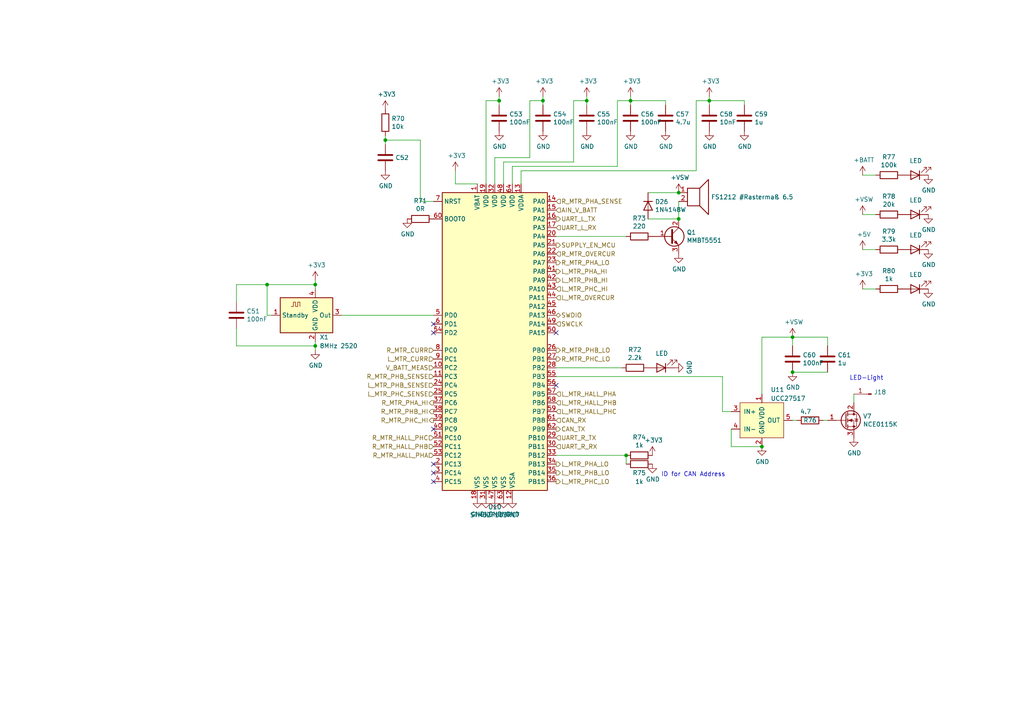
<source format=kicad_sch>
(kicad_sch (version 20211123) (generator eeschema)
  (paper "A4")
  (lib_symbols
    (symbol "Bobbycontroller:UCC27517" (pin_names (offset 1.016))
      (property "Reference" "U" (at 2.54 10.16 0))
      (property "Value" "UCC27517" (at 6.35 7.62 0))
      (symbol "UCC27517_0_0"
        (pin power_in line (at 0 7.62 270) (length 2.54) (name "VDD") (number "1"))
        (pin power_in line (at 0 -7.62 90) (length 2.54) (name "GND") (number "2"))
        (pin input line (at -8.89 2.54 0) (length 2.54) (name "IN+") (number "3"))
        (pin input line (at -8.89 -2.54 0) (length 2.54) (name "IN-") (number "4"))
        (pin output line (at 8.89 0 180) (length 2.54) (name "OUT") (number "5"))
      )
      (symbol "UCC27517_0_1"
        (rectangle (start -6.35 5.08) (end 6.35 -5.08) (fill (type background)))
      )
    )
    (symbol "Connector:Conn_01x01_Male" (pin_names (offset 1.016) hide)
      (property "Reference" "J" (at 0 2.54 0))
      (property "Value" "Conn_01x01_Male" (at 0 -2.54 0))
      (symbol "Conn_01x01_Male_1_1"
        (polyline (pts (xy 1.27 0) (xy 0.8636 0)) (stroke (width 0.1524)))
        (rectangle (start 0.8636 0.127) (end 0 -0.127) (stroke (width 0.1524)) (fill (type outline)))
        (pin passive line (at 5.08 0 180) (length 3.81) (name "Pin_1") (number "1"))
      )
    )
    (symbol "Device:C" (pin_numbers hide) (pin_names (offset 0.254))
      (property "Reference" "C" (at 0.635 2.54 0))
      (property "Value" "C" (at 0.635 -2.54 0))
      (symbol "C_0_1"
        (polyline (pts (xy -2.032 -0.762) (xy 2.032 -0.762)) (stroke (width 0.508)))
        (polyline (pts (xy -2.032 0.762) (xy 2.032 0.762)) (stroke (width 0.508)))
      )
      (symbol "C_1_1"
        (pin passive line (at 0 3.81 270) (length 2.794) (name "~") (number "1"))
        (pin passive line (at 0 -3.81 90) (length 2.794) (name "~") (number "2"))
      )
    )
    (symbol "Device:D" (pin_numbers hide) (pin_names (offset 1.016) hide)
      (property "Reference" "D" (at 0 2.54 0))
      (property "Value" "D" (at 0 -2.54 0))
      (symbol "D_0_1"
        (polyline (pts (xy -1.27 1.27) (xy -1.27 -1.27)) (stroke (width 0.254)))
        (polyline (pts (xy 1.27 0) (xy -1.27 0)))
        (polyline (pts (xy 1.27 1.27) (xy 1.27 -1.27) (xy -1.27 0) (xy 1.27 1.27)) (stroke (width 0.254)))
      )
      (symbol "D_1_1"
        (pin passive line (at -3.81 0 0) (length 2.54) (name "K") (number "1"))
        (pin passive line (at 3.81 0 180) (length 2.54) (name "A") (number "2"))
      )
    )
    (symbol "Device:LED" (pin_numbers hide) (pin_names (offset 1.016) hide)
      (property "Reference" "D" (at 0 2.54 0))
      (property "Value" "LED" (at 0 -2.54 0))
      (symbol "LED_0_1"
        (polyline (pts (xy -1.27 -1.27) (xy -1.27 1.27)) (stroke (width 0.254)))
        (polyline (pts (xy -1.27 0) (xy 1.27 0)))
        (polyline (pts (xy 1.27 -1.27) (xy 1.27 1.27) (xy -1.27 0) (xy 1.27 -1.27)) (stroke (width 0.254)))
        (polyline (pts (xy -3.048 -0.762) (xy -4.572 -2.286) (xy -3.81 -2.286) (xy -4.572 -2.286) (xy -4.572 -1.524)))
        (polyline (pts (xy -1.778 -0.762) (xy -3.302 -2.286) (xy -2.54 -2.286) (xy -3.302 -2.286) (xy -3.302 -1.524)))
      )
      (symbol "LED_1_1"
        (pin passive line (at -3.81 0 0) (length 2.54) (name "K") (number "1"))
        (pin passive line (at 3.81 0 180) (length 2.54) (name "A") (number "2"))
      )
    )
    (symbol "Device:Q_NPN_BCE" (pin_names (offset 0) hide)
      (property "Reference" "Q" (at 5.08 1.27 0))
      (property "Value" "Q_NPN_BCE" (at 5.08 -1.27 0))
      (symbol "Q_NPN_BCE_0_1"
        (polyline (pts (xy 0.635 0.635) (xy 2.54 2.54)))
        (polyline (pts (xy 0.635 -0.635) (xy 2.54 -2.54) (xy 2.54 -2.54)))
        (polyline (pts (xy 0.635 1.905) (xy 0.635 -1.905) (xy 0.635 -1.905)) (stroke (width 0.508)))
        (polyline (pts (xy 1.27 -1.778) (xy 1.778 -1.27) (xy 2.286 -2.286) (xy 1.27 -1.778) (xy 1.27 -1.778)) (fill (type outline)))
        (circle (center 1.27 0) (radius 2.8194) (stroke (width 0.254)))
      )
      (symbol "Q_NPN_BCE_1_1"
        (pin input line (at -5.08 0 0) (length 5.715) (name "B") (number "1"))
        (pin passive line (at 2.54 5.08 270) (length 2.54) (name "C") (number "2"))
        (pin passive line (at 2.54 -5.08 90) (length 2.54) (name "E") (number "3"))
      )
    )
    (symbol "Device:R" (pin_numbers hide) (pin_names (offset 0))
      (property "Reference" "R" (at 2.032 0 90))
      (property "Value" "R" (at 0 0 90))
      (symbol "R_0_1"
        (rectangle (start -1.016 -2.54) (end 1.016 2.54) (stroke (width 0.254)))
      )
      (symbol "R_1_1"
        (pin passive line (at 0 3.81 270) (length 1.27) (name "~") (number "1"))
        (pin passive line (at 0 -3.81 90) (length 1.27) (name "~") (number "2"))
      )
    )
    (symbol "Device:Speaker" (pin_names (offset 0) hide)
      (property "Reference" "LS" (at 1.27 5.715 0))
      (property "Value" "Speaker" (at 1.27 3.81 0))
      (symbol "Speaker_0_0"
        (rectangle (start -2.54 1.27) (end 1.016 -3.81) (stroke (width 0.254)))
        (polyline (pts (xy 1.016 1.27) (xy 3.556 3.81) (xy 3.556 -6.35) (xy 1.016 -3.81)) (stroke (width 0.254)))
      )
      (symbol "Speaker_1_1"
        (pin input line (at -5.08 0 0) (length 2.54) (name "1") (number "1"))
        (pin input line (at -5.08 -2.54 0) (length 2.54) (name "2") (number "2"))
      )
    )
    (symbol "MCU_ST_STM32F1:STM32F103RCTx"
      (property "Reference" "U" (at -15.24 44.45 0))
      (property "Value" "STM32F103RCTx" (at 10.16 44.45 0))
      (symbol "STM32F103RCTx_0_1"
        (rectangle (start -15.24 -43.18) (end 15.24 43.18) (stroke (width 0.254)) (fill (type background)))
      )
      (symbol "STM32F103RCTx_1_1"
        (pin power_in line (at -5.08 45.72 270) (length 2.54) (name "VBAT") (number "1"))
        (pin bidirectional line (at -17.78 -7.62 0) (length 2.54) (name "PC2") (number "10"))
        (pin bidirectional line (at -17.78 -10.16 0) (length 2.54) (name "PC3") (number "11"))
        (pin power_in line (at 5.08 -45.72 90) (length 2.54) (name "VSSA") (number "12"))
        (pin power_in line (at 7.62 45.72 270) (length 2.54) (name "VDDA") (number "13"))
        (pin bidirectional line (at 17.78 40.64 180) (length 2.54) (name "PA0") (number "14"))
        (pin bidirectional line (at 17.78 38.1 180) (length 2.54) (name "PA1") (number "15"))
        (pin bidirectional line (at 17.78 35.56 180) (length 2.54) (name "PA2") (number "16"))
        (pin bidirectional line (at 17.78 33.02 180) (length 2.54) (name "PA3") (number "17"))
        (pin power_in line (at -5.08 -45.72 90) (length 2.54) (name "VSS") (number "18"))
        (pin power_in line (at -2.54 45.72 270) (length 2.54) (name "VDD") (number "19"))
        (pin bidirectional line (at -17.78 -35.56 0) (length 2.54) (name "PC13") (number "2"))
        (pin bidirectional line (at 17.78 30.48 180) (length 2.54) (name "PA4") (number "20"))
        (pin bidirectional line (at 17.78 27.94 180) (length 2.54) (name "PA5") (number "21"))
        (pin bidirectional line (at 17.78 25.4 180) (length 2.54) (name "PA6") (number "22"))
        (pin bidirectional line (at 17.78 22.86 180) (length 2.54) (name "PA7") (number "23"))
        (pin bidirectional line (at -17.78 -12.7 0) (length 2.54) (name "PC4") (number "24"))
        (pin bidirectional line (at -17.78 -15.24 0) (length 2.54) (name "PC5") (number "25"))
        (pin bidirectional line (at 17.78 -2.54 180) (length 2.54) (name "PB0") (number "26"))
        (pin bidirectional line (at 17.78 -5.08 180) (length 2.54) (name "PB1") (number "27"))
        (pin bidirectional line (at 17.78 -7.62 180) (length 2.54) (name "PB2") (number "28"))
        (pin bidirectional line (at 17.78 -27.94 180) (length 2.54) (name "PB10") (number "29"))
        (pin bidirectional line (at -17.78 -38.1 0) (length 2.54) (name "PC14") (number "3"))
        (pin bidirectional line (at 17.78 -30.48 180) (length 2.54) (name "PB11") (number "30"))
        (pin power_in line (at -2.54 -45.72 90) (length 2.54) (name "VSS") (number "31"))
        (pin power_in line (at 0 45.72 270) (length 2.54) (name "VDD") (number "32"))
        (pin bidirectional line (at 17.78 -33.02 180) (length 2.54) (name "PB12") (number "33"))
        (pin bidirectional line (at 17.78 -35.56 180) (length 2.54) (name "PB13") (number "34"))
        (pin bidirectional line (at 17.78 -38.1 180) (length 2.54) (name "PB14") (number "35"))
        (pin bidirectional line (at 17.78 -40.64 180) (length 2.54) (name "PB15") (number "36"))
        (pin bidirectional line (at -17.78 -17.78 0) (length 2.54) (name "PC6") (number "37"))
        (pin bidirectional line (at -17.78 -20.32 0) (length 2.54) (name "PC7") (number "38"))
        (pin bidirectional line (at -17.78 -22.86 0) (length 2.54) (name "PC8") (number "39"))
        (pin bidirectional line (at -17.78 -40.64 0) (length 2.54) (name "PC15") (number "4"))
        (pin bidirectional line (at -17.78 -25.4 0) (length 2.54) (name "PC9") (number "40"))
        (pin bidirectional line (at 17.78 20.32 180) (length 2.54) (name "PA8") (number "41"))
        (pin bidirectional line (at 17.78 17.78 180) (length 2.54) (name "PA9") (number "42"))
        (pin bidirectional line (at 17.78 15.24 180) (length 2.54) (name "PA10") (number "43"))
        (pin bidirectional line (at 17.78 12.7 180) (length 2.54) (name "PA11") (number "44"))
        (pin bidirectional line (at 17.78 10.16 180) (length 2.54) (name "PA12") (number "45"))
        (pin bidirectional line (at 17.78 7.62 180) (length 2.54) (name "PA13") (number "46"))
        (pin power_in line (at 0 -45.72 90) (length 2.54) (name "VSS") (number "47"))
        (pin power_in line (at 2.54 45.72 270) (length 2.54) (name "VDD") (number "48"))
        (pin bidirectional line (at 17.78 5.08 180) (length 2.54) (name "PA14") (number "49"))
        (pin input line (at -17.78 7.62 0) (length 2.54) (name "PD0") (number "5"))
        (pin bidirectional line (at 17.78 2.54 180) (length 2.54) (name "PA15") (number "50"))
        (pin bidirectional line (at -17.78 -27.94 0) (length 2.54) (name "PC10") (number "51"))
        (pin bidirectional line (at -17.78 -30.48 0) (length 2.54) (name "PC11") (number "52"))
        (pin bidirectional line (at -17.78 -33.02 0) (length 2.54) (name "PC12") (number "53"))
        (pin bidirectional line (at -17.78 2.54 0) (length 2.54) (name "PD2") (number "54"))
        (pin bidirectional line (at 17.78 -10.16 180) (length 2.54) (name "PB3") (number "55"))
        (pin bidirectional line (at 17.78 -12.7 180) (length 2.54) (name "PB4") (number "56"))
        (pin bidirectional line (at 17.78 -15.24 180) (length 2.54) (name "PB5") (number "57"))
        (pin bidirectional line (at 17.78 -17.78 180) (length 2.54) (name "PB6") (number "58"))
        (pin bidirectional line (at 17.78 -20.32 180) (length 2.54) (name "PB7") (number "59"))
        (pin input line (at -17.78 5.08 0) (length 2.54) (name "PD1") (number "6"))
        (pin input line (at -17.78 35.56 0) (length 2.54) (name "BOOT0") (number "60"))
        (pin bidirectional line (at 17.78 -22.86 180) (length 2.54) (name "PB8") (number "61"))
        (pin bidirectional line (at 17.78 -25.4 180) (length 2.54) (name "PB9") (number "62"))
        (pin power_in line (at 2.54 -45.72 90) (length 2.54) (name "VSS") (number "63"))
        (pin power_in line (at 5.08 45.72 270) (length 2.54) (name "VDD") (number "64"))
        (pin input line (at -17.78 40.64 0) (length 2.54) (name "NRST") (number "7"))
        (pin bidirectional line (at -17.78 -2.54 0) (length 2.54) (name "PC0") (number "8"))
        (pin bidirectional line (at -17.78 -5.08 0) (length 2.54) (name "PC1") (number "9"))
      )
    )
    (symbol "Oscillator:ASDMB-xxxMHz"
      (property "Reference" "U" (at -6.35 6.35 0))
      (property "Value" "ASDMB-xxxMHz" (at 11.43 6.35 0))
      (symbol "ASDMB-xxxMHz_1_1"
        (rectangle (start -7.62 5.08) (end 7.62 -5.08) (stroke (width 0.254)) (fill (type background)))
        (polyline (pts (xy -4.445 2.54) (xy -3.81 2.54) (xy -3.81 3.81) (xy -3.175 3.81) (xy -3.175 2.54) (xy -2.54 2.54) (xy -2.54 3.81) (xy -1.905 3.81) (xy -1.905 2.54)))
        (pin input line (at -10.16 0 0) (length 2.54) (name "Standby") (number "1"))
        (pin power_in line (at 2.54 -7.62 90) (length 2.54) (name "GND") (number "2"))
        (pin output line (at 10.16 0 180) (length 2.54) (name "Out") (number "3"))
        (pin power_in line (at 2.54 7.62 270) (length 2.54) (name "VDD") (number "4"))
      )
    )
    (symbol "Transistor_FET:BSP89" (pin_names hide)
      (property "Reference" "Q" (at 5.08 1.905 0))
      (property "Value" "BSP89" (at 5.08 0 0))
      (symbol "BSP89_0_1"
        (polyline (pts (xy 0.254 0) (xy -2.54 0)))
        (polyline (pts (xy 0.254 1.905) (xy 0.254 -1.905)) (stroke (width 0.254)))
        (polyline (pts (xy 0.762 -1.27) (xy 0.762 -2.286)) (stroke (width 0.254)))
        (polyline (pts (xy 0.762 0.508) (xy 0.762 -0.508)) (stroke (width 0.254)))
        (polyline (pts (xy 0.762 2.286) (xy 0.762 1.27)) (stroke (width 0.254)))
        (polyline (pts (xy 2.54 2.54) (xy 2.54 1.778)))
        (polyline (pts (xy 2.54 -2.54) (xy 2.54 0) (xy 0.762 0)))
        (polyline (pts (xy 0.762 -1.778) (xy 3.302 -1.778) (xy 3.302 1.778) (xy 0.762 1.778)))
        (polyline (pts (xy 1.016 0) (xy 2.032 0.381) (xy 2.032 -0.381) (xy 1.016 0)) (fill (type outline)))
        (polyline (pts (xy 2.794 0.508) (xy 2.921 0.381) (xy 3.683 0.381) (xy 3.81 0.254)))
        (polyline (pts (xy 3.302 0.381) (xy 2.921 -0.254) (xy 3.683 -0.254) (xy 3.302 0.381)))
        (circle (center 1.651 0) (radius 2.794) (stroke (width 0.254)))
        (circle (center 2.54 -1.778) (radius 0.254) (fill (type outline)))
        (circle (center 2.54 1.778) (radius 0.254) (fill (type outline)))
      )
      (symbol "BSP89_1_1"
        (pin input line (at -5.08 0 0) (length 2.54) (name "G") (number "1"))
        (pin passive line (at 2.54 5.08 270) (length 2.54) (name "D") (number "2"))
        (pin passive line (at 2.54 -5.08 90) (length 2.54) (name "S") (number "3"))
      )
    )
    (symbol "power:+3.3V" (power) (pin_names (offset 0))
      (property "Value" "+3.3V" (at 0 3.556 0))
      (symbol "+3.3V_0_1"
        (polyline (pts (xy -0.762 1.27) (xy 0 2.54)))
        (polyline (pts (xy 0 0) (xy 0 2.54)))
        (polyline (pts (xy 0 2.54) (xy 0.762 1.27)))
      )
      (symbol "+3.3V_1_1"
        (pin power_in line (at 0 0 90) (length 0) hide (name "+3V3") (number "1"))
      )
    )
    (symbol "power:+5V" (power) (pin_names (offset 0))
      (property "Value" "+5V" (at 0 3.556 0))
      (symbol "+5V_0_1"
        (polyline (pts (xy -0.762 1.27) (xy 0 2.54)))
        (polyline (pts (xy 0 0) (xy 0 2.54)))
        (polyline (pts (xy 0 2.54) (xy 0.762 1.27)))
      )
      (symbol "+5V_1_1"
        (pin power_in line (at 0 0 90) (length 0) hide (name "+5V") (number "1"))
      )
    )
    (symbol "power:+BATT" (power) (pin_names (offset 0))
      (property "Value" "+BATT" (at 0 3.556 0))
      (symbol "+BATT_0_1"
        (polyline (pts (xy -0.762 1.27) (xy 0 2.54)))
        (polyline (pts (xy 0 0) (xy 0 2.54)))
        (polyline (pts (xy 0 2.54) (xy 0.762 1.27)))
      )
      (symbol "+BATT_1_1"
        (pin power_in line (at 0 0 90) (length 0) hide (name "+BATT") (number "1"))
      )
    )
    (symbol "power:+VSW" (power) (pin_names (offset 0))
      (property "Value" "+VSW" (at 0 3.556 0))
      (symbol "+VSW_0_1"
        (polyline (pts (xy -0.762 1.27) (xy 0 2.54)))
        (polyline (pts (xy 0 0) (xy 0 2.54)))
        (polyline (pts (xy 0 2.54) (xy 0.762 1.27)))
      )
      (symbol "+VSW_1_1"
        (pin power_in line (at 0 0 90) (length 0) hide (name "+VSW") (number "1"))
      )
    )
    (symbol "power:GND" (power) (pin_names (offset 0))
      (property "Value" "GND" (at 0 -3.81 0))
      (symbol "GND_0_1"
        (polyline (pts (xy 0 0) (xy 0 -1.27) (xy 1.27 -1.27) (xy 0 -2.54) (xy -1.27 -1.27) (xy 0 -1.27)))
      )
      (symbol "GND_1_1"
        (pin power_in line (at 0 0 270) (length 0) hide (name "GND") (number "1"))
      )
    )
  )
  (junction (at 91.44 82.55))
  (junction (at 77.47 82.55))
  (junction (at 229.87 107.95))
  (junction (at 182.88 29.21))
  (junction (at 229.87 97.79))
  (junction (at 196.85 55.88))
  (junction (at 196.85 63.5))
  (junction (at 144.78 29.21))
  (junction (at 220.98 129.54))
  (junction (at 170.18 29.21))
  (junction (at 205.74 29.21))
  (junction (at 91.44 100.33))
  (junction (at 111.76 40.64))
  (junction (at 181.61 132.08))
  (junction (at 157.48 29.21))
  (no_connect (at 161.29 96.52))
  (no_connect (at 125.73 96.52))
  (no_connect (at 125.73 93.98))
  (no_connect (at 125.73 134.62))
  (no_connect (at 161.29 111.76))
  (no_connect (at 125.73 124.46))
  (no_connect (at 125.73 139.7))
  (no_connect (at 125.73 137.16))
  (wire (pts (xy 144.78 29.21) (xy 144.78 30.48)))
  (wire (pts (xy 187.96 63.5) (xy 196.85 63.5)))
  (wire (pts (xy 68.58 95.25) (xy 68.58 100.33)))
  (wire (pts (xy 205.74 29.21) (xy 205.74 27.94)))
  (wire (pts (xy 144.78 27.94) (xy 144.78 29.21)))
  (wire (pts (xy 77.47 91.44) (xy 77.47 82.55)))
  (wire (pts (xy 121.92 40.64) (xy 121.92 58.42)))
  (wire (pts (xy 151.13 49.53) (xy 151.13 53.34)))
  (wire (pts (xy 240.03 121.92) (xy 238.76 121.92)))
  (wire (pts (xy 231.14 121.92) (xy 229.87 121.92)))
  (wire (pts (xy 240.03 97.79) (xy 240.03 100.33)))
  (wire (pts (xy 247.65 116.84) (xy 247.65 114.3)))
  (wire (pts (xy 220.98 97.79) (xy 220.98 114.3)))
  (wire (pts (xy 99.06 91.44) (xy 125.73 91.44)))
  (wire (pts (xy 250.19 62.23) (xy 254 62.23)))
  (wire (pts (xy 250.19 83.82) (xy 254 83.82)))
  (wire (pts (xy 77.47 82.55) (xy 68.58 82.55)))
  (wire (pts (xy 151.13 49.53) (xy 201.93 49.53)))
  (wire (pts (xy 132.08 49.53) (xy 132.08 53.34)))
  (wire (pts (xy 240.03 107.95) (xy 229.87 107.95)))
  (wire (pts (xy 193.04 29.21) (xy 193.04 30.48)))
  (wire (pts (xy 170.18 29.21) (xy 170.18 27.94)))
  (wire (pts (xy 146.05 46.99) (xy 146.05 53.34)))
  (wire (pts (xy 182.88 29.21) (xy 193.04 29.21)))
  (wire (pts (xy 153.67 29.21) (xy 157.48 29.21)))
  (wire (pts (xy 91.44 82.55) (xy 91.44 83.82)))
  (wire (pts (xy 77.47 82.55) (xy 91.44 82.55)))
  (wire (pts (xy 220.98 129.54) (xy 212.09 129.54)))
  (wire (pts (xy 215.9 29.21) (xy 205.74 29.21)))
  (wire (pts (xy 209.55 119.38) (xy 212.09 119.38)))
  (wire (pts (xy 250.19 72.39) (xy 254 72.39)))
  (wire (pts (xy 170.18 29.21) (xy 166.37 29.21)))
  (wire (pts (xy 170.18 30.48) (xy 170.18 29.21)))
  (wire (pts (xy 143.51 45.72) (xy 143.51 53.34)))
  (wire (pts (xy 205.74 30.48) (xy 205.74 29.21)))
  (wire (pts (xy 148.59 48.26) (xy 148.59 53.34)))
  (wire (pts (xy 111.76 40.64) (xy 111.76 41.91)))
  (wire (pts (xy 179.07 29.21) (xy 179.07 48.26)))
  (wire (pts (xy 209.55 109.22) (xy 209.55 119.38)))
  (wire (pts (xy 181.61 68.58) (xy 161.29 68.58)))
  (wire (pts (xy 157.48 30.48) (xy 157.48 29.21)))
  (wire (pts (xy 205.74 29.21) (xy 201.93 29.21)))
  (wire (pts (xy 140.97 29.21) (xy 140.97 53.34)))
  (wire (pts (xy 111.76 40.64) (xy 121.92 40.64)))
  (wire (pts (xy 250.19 50.8) (xy 254 50.8)))
  (wire (pts (xy 229.87 97.79) (xy 240.03 97.79)))
  (wire (pts (xy 68.58 100.33) (xy 91.44 100.33)))
  (wire (pts (xy 229.87 97.79) (xy 229.87 100.33)))
  (wire (pts (xy 180.34 106.68) (xy 161.29 106.68)))
  (wire (pts (xy 196.85 58.42) (xy 196.85 63.5)))
  (wire (pts (xy 215.9 30.48) (xy 215.9 29.21)))
  (wire (pts (xy 182.88 29.21) (xy 179.07 29.21)))
  (wire (pts (xy 78.74 91.44) (xy 77.47 91.44)))
  (wire (pts (xy 166.37 46.99) (xy 146.05 46.99)))
  (wire (pts (xy 182.88 29.21) (xy 182.88 27.94)))
  (wire (pts (xy 161.29 109.22) (xy 209.55 109.22)))
  (wire (pts (xy 229.87 97.79) (xy 220.98 97.79)))
  (wire (pts (xy 187.96 55.88) (xy 196.85 55.88)))
  (wire (pts (xy 157.48 29.21) (xy 157.48 27.94)))
  (wire (pts (xy 182.88 30.48) (xy 182.88 29.21)))
  (wire (pts (xy 179.07 48.26) (xy 148.59 48.26)))
  (wire (pts (xy 144.78 29.21) (xy 140.97 29.21)))
  (wire (pts (xy 132.08 53.34) (xy 138.43 53.34)))
  (wire (pts (xy 153.67 29.21) (xy 153.67 45.72)))
  (wire (pts (xy 166.37 29.21) (xy 166.37 46.99)))
  (wire (pts (xy 161.29 132.08) (xy 181.61 132.08)))
  (wire (pts (xy 201.93 29.21) (xy 201.93 49.53)))
  (wire (pts (xy 153.67 45.72) (xy 143.51 45.72)))
  (wire (pts (xy 121.92 58.42) (xy 125.73 58.42)))
  (wire (pts (xy 212.09 129.54) (xy 212.09 124.46)))
  (wire (pts (xy 111.76 39.37) (xy 111.76 40.64)))
  (wire (pts (xy 181.61 132.08) (xy 181.61 134.62)))
  (wire (pts (xy 91.44 99.06) (xy 91.44 100.33)))
  (wire (pts (xy 68.58 82.55) (xy 68.58 87.63)))
  (wire (pts (xy 91.44 100.33) (xy 91.44 101.6)))
  (wire (pts (xy 91.44 81.28) (xy 91.44 82.55)))
  (text "ID for CAN Address" (at 191.77 138.43 0) (effects (font (size 1.27 1.27)) (justify left bottom)))
  (text "LED-Light" (at 246.38 110.49 0) (effects (font (size 1.27 1.27)) (justify left bottom)))
  (hierarchical_label "CAN_TX" (shape output) (at 161.29 124.46 0))
  (hierarchical_label "L_MTR_OVERCUR" (shape input) (at 161.29 86.36 0))
  (hierarchical_label "UART_L_RX" (shape input) (at 161.29 66.04 0))
  (hierarchical_label "L_MTR_HALL_PHB" (shape input) (at 161.29 116.84 0))
  (hierarchical_label "L_MTR_PHC_LO" (shape output) (at 161.29 139.7 0))
  (hierarchical_label "R_MTR_CURR" (shape input) (at 125.73 101.6 180))
  (hierarchical_label "L_MTR_PHA_LO" (shape output) (at 161.29 134.62 0))
  (hierarchical_label "R_MTR_PHB_LO" (shape output) (at 161.29 101.6 0))
  (hierarchical_label "L_MTR_CURR" (shape input) (at 125.73 104.14 180))
  (hierarchical_label "R_MTR_PHC_LO" (shape output) (at 161.29 104.14 0))
  (hierarchical_label "AIN_V_BATT" (shape input) (at 161.29 60.96 0))
  (hierarchical_label "R_MTR_PHC_HI" (shape output) (at 125.73 121.92 180))
  (hierarchical_label "R_MTR_HALL_PHB" (shape input) (at 125.73 129.54 180))
  (hierarchical_label "L_MTR_HALL_PHC" (shape input) (at 161.29 119.38 0))
  (hierarchical_label "R_MTR_PHA_LO" (shape output) (at 161.29 76.2 0))
  (hierarchical_label "L_MTR_PHA_HI" (shape output) (at 161.29 78.74 0))
  (hierarchical_label "UART_L_TX" (shape output) (at 161.29 63.5 0))
  (hierarchical_label "L_MTR_PHC_SENSE" (shape input) (at 125.73 114.3 180))
  (hierarchical_label "CAN_RX" (shape input) (at 161.29 121.92 0))
  (hierarchical_label "L_MTR_PHC_HI" (shape input) (at 161.29 83.82 0))
  (hierarchical_label "R_MTR_PHB_HI" (shape output) (at 125.73 119.38 180))
  (hierarchical_label "SUPPLY_EN_MCU" (shape output) (at 161.29 71.12 0))
  (hierarchical_label "L_MTR_PHB_LO" (shape output) (at 161.29 137.16 0))
  (hierarchical_label "SWDIO" (shape bidirectional) (at 161.29 91.44 0))
  (hierarchical_label "V_BATT_MEAS" (shape input) (at 125.73 106.68 180))
  (hierarchical_label "UART_R_RX" (shape input) (at 161.29 129.54 0))
  (hierarchical_label "L_MTR_PHB_SENSE" (shape input) (at 125.73 111.76 180))
  (hierarchical_label "SWCLK" (shape input) (at 161.29 93.98 0))
  (hierarchical_label "R_MTR_HALL_PHC" (shape input) (at 125.73 127 180))
  (hierarchical_label "R_MTR_PHA_HI" (shape output) (at 125.73 116.84 180))
  (hierarchical_label "R_MTR_PHB_SENSE" (shape input) (at 125.73 109.22 180))
  (hierarchical_label "L_MTR_PHB_HI" (shape output) (at 161.29 81.28 0))
  (hierarchical_label "R_MTR_HALL_PHA" (shape input) (at 125.73 132.08 180))
  (hierarchical_label "R_MTR_PHA_SENSE" (shape input) (at 161.29 58.42 0))
  (hierarchical_label "UART_R_TX" (shape input) (at 161.29 127 0))
  (hierarchical_label "L_MTR_HALL_PHA" (shape input) (at 161.29 114.3 0))
  (hierarchical_label "R_MTR_OVERCUR" (shape input) (at 161.29 73.66 0))
  (symbol (lib_id "power:+3.3V") (at 132.08 49.53 0) (unit 1)
    (property "Reference" "#PWR087" (effects hide))
    (property "Value" "+3.3V" (at 132.461 45.1358 0))
  )
  (symbol (lib_id "power:+3.3V") (at 205.74 27.94 0) (unit 1)
    (property "Reference" "#PWR0107" (effects hide))
    (property "Value" "+3.3V" (at 206.121 23.5458 0))
  )
  (symbol (lib_id "power:+3.3V") (at 182.88 27.94 0) (unit 1)
    (property "Reference" "#PWR099" (effects hide))
    (property "Value" "+3.3V" (at 183.261 23.5458 0))
  )
  (symbol (lib_id "power:+3.3V") (at 170.18 27.94 0) (unit 1)
    (property "Reference" "#PWR097" (effects hide))
    (property "Value" "+3.3V" (at 170.561 23.5458 0))
  )
  (symbol (lib_id "power:+3.3V") (at 157.48 27.94 0) (unit 1)
    (property "Reference" "#PWR095" (effects hide))
    (property "Value" "+3.3V" (at 157.861 23.5458 0))
  )
  (symbol (lib_id "power:+3.3V") (at 144.78 27.94 0) (unit 1)
    (property "Reference" "#PWR091" (effects hide))
    (property "Value" "+3.3V" (at 145.161 23.5458 0))
  )
  (symbol (lib_id "power:GND") (at 205.74 38.1 0) (unit 1)
    (property "Reference" "#PWR0108" (effects hide))
    (property "Value" "GND" (at 205.867 42.4942 0))
  )
  (symbol (lib_id "power:GND") (at 182.88 38.1 0) (unit 1)
    (property "Reference" "#PWR0100" (effects hide))
    (property "Value" "GND" (at 183.007 42.4942 0))
  )
  (symbol (lib_id "power:GND") (at 170.18 38.1 0) (unit 1)
    (property "Reference" "#PWR098" (effects hide))
    (property "Value" "GND" (at 170.307 42.4942 0))
  )
  (symbol (lib_id "power:GND") (at 157.48 38.1 0) (unit 1)
    (property "Reference" "#PWR096" (effects hide))
    (property "Value" "GND" (at 157.607 42.4942 0))
  )
  (symbol (lib_id "power:GND") (at 144.78 38.1 0) (unit 1)
    (property "Reference" "#PWR092" (effects hide))
    (property "Value" "GND" (at 144.907 42.4942 0))
  )
  (symbol (lib_id "power:GND") (at 138.43 144.78 0) (unit 1)
    (property "Reference" "#PWR088" (effects hide))
    (property "Value" "GND" (at 138.557 149.1742 0))
  )
  (symbol (lib_id "power:GND") (at 140.97 144.78 0) (unit 1)
    (property "Reference" "#PWR089" (effects hide))
    (property "Value" "GND" (at 141.097 149.1742 0))
  )
  (symbol (lib_id "power:GND") (at 143.51 144.78 0) (unit 1)
    (property "Reference" "#PWR090" (effects hide))
    (property "Value" "GND" (at 143.637 149.1742 0))
  )
  (symbol (lib_id "power:GND") (at 146.05 144.78 0) (unit 1)
    (property "Reference" "#PWR093" (effects hide))
    (property "Value" "GND" (at 146.177 149.1742 0))
  )
  (symbol (lib_id "power:GND") (at 148.59 144.78 0) (unit 1)
    (property "Reference" "#PWR094" (effects hide))
    (property "Value" "GND" (at 148.717 149.1742 0))
  )
  (symbol (lib_id "Device:R") (at 111.76 35.56 0) (unit 1)
    (property "Reference" "R70" (at 113.538 34.3916 0) (effects (justify left)))
    (property "Value" "10k" (at 113.538 36.703 0) (effects (justify left)))
    (property "Footprint" "Resistor_SMD:R_0603_1608Metric" (effects hide))
    (property "LCSC Part #" "C25804" (effects hide))
  )
  (symbol (lib_id "power:+3.3V") (at 111.76 31.75 0) (unit 1)
    (property "Reference" "#PWR084" (effects hide))
    (property "Value" "+3.3V" (at 112.141 27.3558 0))
  )
  (symbol (lib_id "Device:C") (at 111.76 45.72 0) (unit 1)
    (property "Reference" "C52" (at 114.681 45.72 0) (effects (justify left)))
    (property "Value" "100nF" (effects hide))
    (property "Footprint" "Capacitor_SMD:C_0603_1608Metric" (effects hide))
    (property "LCSC Part #" "C14663" (effects hide))
  )
  (symbol (lib_id "power:GND") (at 111.76 49.53 0) (unit 1)
    (property "Reference" "#PWR085" (effects hide))
    (property "Value" "GND" (at 111.887 53.9242 0))
  )
  (symbol (lib_id "MCU_ST_STM32F1:STM32F103RCTx") (at 143.51 99.06 0) (unit 1)
    (property "Reference" "U10" (at 143.51 147.0406 0))
    (property "Value" "STM32F103RCT" (at 143.51 149.352 0))
    (property "Footprint" "Package_QFP:LQFP-64_10x10mm_P0.5mm" (effects hide))
    (property "Datasheet" "http://www.st.com/st-web-ui/static/active/en/resource/technical/document/datasheet/CD00191185.pdf" (effects hide))
    (property "place" "hand" (effects hide))
  )
  (symbol (lib_id "Device:R") (at 185.42 68.58 270) (unit 1)
    (property "Reference" "R73" (at 185.42 63.3222 90))
    (property "Value" "220" (at 185.42 65.6336 90))
    (property "Footprint" "Resistor_SMD:R_0603_1608Metric" (effects hide))
    (property "LCSC Part #" "C22962" (effects hide))
  )
  (symbol (lib_id "Device:Q_NPN_BCE") (at 194.31 68.58 0) (unit 1)
    (property "Reference" "Q1" (at 199.1614 67.4116 0) (effects (justify left)))
    (property "Value" "MMBT5551" (at 199.1614 69.723 0) (effects (justify left)))
    (property "Footprint" "Package_TO_SOT_SMD:SOT-23" (effects hide))
    (property "LCSC Part #" "C2145" (effects hide))
  )
  (symbol (lib_id "Device:Speaker") (at 201.93 55.88 0) (unit 1)
    (property "Reference" "LS1" (effects hide))
    (property "Value" "FS1212 #Rastermaß 6.5" (at 206.248 57.15 0) (effects (justify left)))
    (property "Footprint" "Buzzer_Beeper:Buzzer_12x9.5RM7.6" (effects hide))
    (property "place" "hand" (effects hide))
  )
  (symbol (lib_id "power:+VSW") (at 196.85 55.88 0) (unit 1)
    (property "Reference" "#PWR0105" (effects hide))
    (property "Value" "+VSW" (at 197.231 51.4858 0))
  )
  (symbol (lib_id "Device:D") (at 187.96 59.69 270) (unit 1)
    (property "Reference" "D26" (at 189.9666 58.5216 90) (effects (justify left)))
    (property "Value" "1N4148W" (at 189.9666 60.833 90) (effects (justify left)))
    (property "Footprint" "Diode_SMD:D_SOD-123" (effects hide))
    (property "LCSC Part #" "C81598" (effects hide))
  )
  (symbol (lib_id "power:GND") (at 196.85 73.66 0) (unit 1)
    (property "Reference" "#PWR0106" (effects hide))
    (property "Value" "GND" (at 196.977 78.0542 0))
  )
  (symbol (lib_id "Device:R") (at 184.15 106.68 90) (unit 1)
    (property "Reference" "R72" (at 184.15 101.4222 90))
    (property "Value" "2.2k" (at 184.15 103.7336 90))
    (property "Footprint" "Resistor_SMD:R_0603_1608Metric" (effects hide))
    (property "LCSC Part #" "C4190" (effects hide))
  )
  (symbol (lib_id "Device:LED") (at 191.77 106.68 180) (unit 1)
    (property "Reference" "D27" (effects hide))
    (property "Value" "LED" (at 191.9478 102.5144 0))
    (property "Footprint" "LED_SMD:LED_0603_1608Metric" (effects hide))
    (property "LCSC Part #" "C2290" (effects hide))
  )
  (symbol (lib_id "power:GND") (at 195.58 106.68 90) (unit 1)
    (property "Reference" "#PWR0104" (effects hide))
    (property "Value" "GND" (at 199.9742 106.553 0))
  )
  (symbol (lib_id "Device:C") (at 144.78 34.29 0) (unit 1)
    (property "Reference" "C53" (at 147.701 33.1216 0) (effects (justify left)))
    (property "Value" "100nF" (at 147.701 35.433 0) (effects (justify left)))
    (property "Footprint" "Capacitor_SMD:C_0603_1608Metric" (effects hide))
    (property "LCSC Part #" "C14663" (effects hide))
  )
  (symbol (lib_id "Device:C") (at 157.48 34.29 0) (unit 1)
    (property "Reference" "C54" (at 160.401 33.1216 0) (effects (justify left)))
    (property "Value" "100nF" (at 160.401 35.433 0) (effects (justify left)))
    (property "Footprint" "Capacitor_SMD:C_0603_1608Metric" (effects hide))
    (property "LCSC Part #" "C14663" (effects hide))
  )
  (symbol (lib_id "Device:C") (at 170.18 34.29 0) (unit 1)
    (property "Reference" "C55" (at 173.101 33.1216 0) (effects (justify left)))
    (property "Value" "100nF" (at 173.101 35.433 0) (effects (justify left)))
    (property "Footprint" "Capacitor_SMD:C_0603_1608Metric" (effects hide))
    (property "LCSC Part #" "C14663" (effects hide))
  )
  (symbol (lib_id "Device:C") (at 182.88 34.29 0) (unit 1)
    (property "Reference" "C56" (at 185.801 33.1216 0) (effects (justify left)))
    (property "Value" "100nF" (at 185.801 35.433 0) (effects (justify left)))
    (property "Footprint" "Capacitor_SMD:C_0603_1608Metric" (effects hide))
    (property "LCSC Part #" "C14663" (effects hide))
  )
  (symbol (lib_id "Device:C") (at 193.04 34.29 0) (unit 1)
    (property "Reference" "C57" (at 195.961 33.1216 0) (effects (justify left)))
    (property "Value" "4.7u" (at 195.961 35.433 0) (effects (justify left)))
    (property "Footprint" "Capacitor_SMD:C_0805_2012Metric" (effects hide))
    (property "LCSC Part #" "C1779" (effects hide))
  )
  (symbol (lib_id "power:GND") (at 193.04 38.1 0) (unit 1)
    (property "Reference" "#PWR0103" (effects hide))
    (property "Value" "GND" (at 193.167 42.4942 0))
  )
  (symbol (lib_id "Device:C") (at 205.74 34.29 0) (unit 1)
    (property "Reference" "C58" (at 208.661 33.1216 0) (effects (justify left)))
    (property "Value" "10nF" (at 208.661 35.433 0) (effects (justify left)))
    (property "Footprint" "Capacitor_SMD:C_0603_1608Metric" (effects hide))
    (property "LCSC Part #" "C57112" (effects hide))
  )
  (symbol (lib_id "Device:C") (at 215.9 34.29 0) (unit 1)
    (property "Reference" "C59" (at 218.821 33.1216 0) (effects (justify left)))
    (property "Value" "1u" (at 218.821 35.433 0) (effects (justify left)))
    (property "Footprint" "Capacitor_SMD:C_0805_2012Metric" (effects hide))
    (property "LCSC Part #" "C28323" (effects hide))
  )
  (symbol (lib_id "power:GND") (at 215.9 38.1 0) (unit 1)
    (property "Reference" "#PWR0109" (effects hide))
    (property "Value" "GND" (at 216.027 42.4942 0))
  )
  (symbol (lib_id "Device:LED") (at 265.43 50.8 180) (unit 1)
    (property "Reference" "D28" (effects hide))
    (property "Value" "LED" (at 265.6078 46.6344 0))
    (property "Footprint" "LED_SMD:LED_0603_1608Metric" (effects hide))
    (property "LCSC Part #" "C2290" (effects hide))
  )
  (symbol (lib_id "Device:LED") (at 265.43 62.23 180) (unit 1)
    (property "Reference" "D29" (effects hide))
    (property "Value" "LED" (at 265.6078 58.0644 0))
    (property "Footprint" "LED_SMD:LED_0603_1608Metric" (effects hide))
    (property "LCSC Part #" "C2290" (effects hide))
  )
  (symbol (lib_id "Device:LED") (at 265.43 72.39 180) (unit 1)
    (property "Reference" "D30" (effects hide))
    (property "Value" "LED" (at 265.6078 68.2244 0))
    (property "Footprint" "LED_SMD:LED_0603_1608Metric" (effects hide))
    (property "LCSC Part #" "C2290" (effects hide))
  )
  (symbol (lib_id "Device:LED") (at 265.43 83.82 180) (unit 1)
    (property "Reference" "D31" (effects hide))
    (property "Value" "LED" (at 265.6078 79.6544 0))
    (property "Footprint" "LED_SMD:LED_0603_1608Metric" (effects hide))
    (property "LCSC Part #" "C2290" (effects hide))
  )
  (symbol (lib_id "power:GND") (at 269.24 50.8 0) (unit 1)
    (property "Reference" "#PWR0118" (effects hide))
    (property "Value" "GND" (at 269.367 55.1942 0))
  )
  (symbol (lib_id "power:GND") (at 269.24 62.23 0) (unit 1)
    (property "Reference" "#PWR0119" (effects hide))
    (property "Value" "GND" (at 269.367 66.6242 0))
  )
  (symbol (lib_id "power:GND") (at 269.24 72.39 0) (unit 1)
    (property "Reference" "#PWR0120" (effects hide))
    (property "Value" "GND" (at 269.367 76.7842 0))
  )
  (symbol (lib_id "power:GND") (at 269.24 83.82 0) (unit 1)
    (property "Reference" "#PWR0121" (effects hide))
    (property "Value" "GND" (at 269.367 88.2142 0))
  )
  (symbol (lib_id "Device:R") (at 257.81 62.23 90) (unit 1)
    (property "Reference" "R78" (at 257.81 56.9722 90))
    (property "Value" "20k" (at 257.81 59.2836 90))
    (property "Footprint" "Resistor_SMD:R_0603_1608Metric" (effects hide))
    (property "LCSC Part #" "C4184" (effects hide))
  )
  (symbol (lib_id "Device:R") (at 257.81 72.39 90) (unit 1)
    (property "Reference" "R79" (at 257.81 67.1322 90))
    (property "Value" "3.3k" (at 257.81 69.4436 90))
    (property "Footprint" "Resistor_SMD:R_0603_1608Metric" (effects hide))
    (property "LCSC Part #" "C22978" (effects hide))
  )
  (symbol (lib_id "Device:R") (at 257.81 83.82 90) (unit 1)
    (property "Reference" "R80" (at 257.81 78.5622 90))
    (property "Value" "1k" (at 257.81 80.8736 90))
    (property "Footprint" "Resistor_SMD:R_0603_1608Metric" (effects hide))
    (property "LCSC Part #" "C21190" (effects hide))
  )
  (symbol (lib_id "Device:R") (at 257.81 50.8 90) (unit 1)
    (property "Reference" "R77" (at 257.81 45.5422 90))
    (property "Value" "100k" (at 257.81 47.8536 90))
    (property "Footprint" "Resistor_SMD:R_0603_1608Metric" (effects hide))
    (property "LCSC Part #" "C25803" (effects hide))
  )
  (symbol (lib_id "power:+BATT") (at 250.19 50.8 0) (unit 1)
    (property "Reference" "#PWR0114" (effects hide))
    (property "Value" "+BATT" (at 250.571 46.4058 0))
  )
  (symbol (lib_id "power:+VSW") (at 250.19 62.23 0) (unit 1)
    (property "Reference" "#PWR0115" (effects hide))
    (property "Value" "+VSW" (at 250.571 57.8358 0))
  )
  (symbol (lib_id "power:+5V") (at 250.19 72.39 0) (unit 1)
    (property "Reference" "#PWR0116" (effects hide))
    (property "Value" "+5V" (at 250.571 67.9958 0))
  )
  (symbol (lib_id "power:+3.3V") (at 250.19 83.82 0) (unit 1)
    (property "Reference" "#PWR0117" (effects hide))
    (property "Value" "+3.3V" (at 250.571 79.4258 0))
  )
  (symbol (lib_id "Oscillator:ASDMB-xxxMHz") (at 88.9 91.44 0) (unit 1)
    (property "Reference" "X1" (at 92.71 97.79 0) (effects (justify left)))
    (property "Value" "8MHz 2520" (at 92.71 100.33 0) (effects (justify left)))
    (property "Footprint" "Bobbycar-FOC-hardware:Oscillator_C387448" (effects hide))
    (property "LCSC Part #" "C390520" (effects hide))
  )
  (symbol (lib_id "power:+3.3V") (at 91.44 81.28 0) (unit 1)
    (property "Reference" "#PWR082" (effects hide))
    (property "Value" "+3.3V" (at 91.821 76.8858 0))
  )
  (symbol (lib_id "power:GND") (at 91.44 101.6 0) (unit 1)
    (property "Reference" "#PWR083" (effects hide))
    (property "Value" "GND" (at 91.567 105.9942 0))
  )
  (symbol (lib_id "Device:C") (at 68.58 91.44 0) (unit 1)
    (property "Reference" "C51" (at 71.501 90.2716 0) (effects (justify left)))
    (property "Value" "100nF" (at 71.501 92.583 0) (effects (justify left)))
    (property "Footprint" "Capacitor_SMD:C_0603_1608Metric" (effects hide))
    (property "LCSC Part #" "C14663" (effects hide))
  )
  (symbol (lib_id "Bobbycontroller:UCC27517") (at 220.98 121.92 0) (unit 1)
    (property "Reference" "U11" (at 223.52 113.03 0) (effects (justify left)))
    (property "Value" "UCC27517" (at 223.52 115.57 0) (effects (justify left)))
    (property "Footprint" "Package_TO_SOT_SMD:SOT-23-5" (effects hide))
    (property "Datasheet" "https://www.ti.com/lit/ds/symlink/ucc27517.pdf" (effects hide))
    (property "LCSC Part #" "C99395" (effects hide))
  )
  (symbol (lib_id "power:+VSW") (at 229.87 97.79 0) (unit 1)
    (property "Reference" "#PWR0111" (effects hide))
    (property "Value" "+VSW" (at 230.251 93.3958 0))
  )
  (symbol (lib_id "power:GND") (at 220.98 129.54 0) (unit 1)
    (property "Reference" "#PWR0110" (effects hide))
    (property "Value" "GND" (at 221.107 133.9342 0))
  )
  (symbol (lib_id "Transistor_FET:BSP89") (at 245.11 121.92 0) (unit 1)
    (property "Reference" "V7" (at 250.2916 120.7516 0) (effects (justify left)))
    (property "Value" "NCE0115K" (at 250.2916 123.063 0) (effects (justify left)))
    (property "Footprint" "Package_TO_SOT_SMD:TO-252-2" (effects hide))
    (property "LCSC Part #" "C108637" (effects hide))
  )
  (symbol (lib_id "Device:R") (at 234.95 121.92 270) (unit 1)
    (property "Reference" "R76" (at 234.95 121.92 90))
    (property "Value" "4.7" (at 233.68 119.38 90))
    (property "Footprint" "Resistor_SMD:R_1206_3216Metric" (effects hide))
    (property "LCSC Part #" "C17937" (effects hide))
  )
  (symbol (lib_id "power:GND") (at 247.65 127 0) (unit 1)
    (property "Reference" "#PWR0113" (effects hide))
    (property "Value" "GND" (at 247.777 131.3942 0))
  )
  (symbol (lib_id "power:GND") (at 229.87 107.95 0) (unit 1)
    (property "Reference" "#PWR0112" (effects hide))
    (property "Value" "GND" (at 229.997 112.3442 0))
  )
  (symbol (lib_id "Device:C") (at 229.87 104.14 0) (unit 1)
    (property "Reference" "C60" (at 232.791 102.9716 0) (effects (justify left)))
    (property "Value" "100nF" (at 232.791 105.283 0) (effects (justify left)))
    (property "Footprint" "Capacitor_SMD:C_0603_1608Metric" (effects hide))
    (property "LCSC Part #" "C14663" (effects hide))
  )
  (symbol (lib_id "Connector:Conn_01x01_Male") (at 252.73 114.3 180) (unit 1)
    (property "Reference" "J18" (at 253.4412 113.7412 0) (effects (justify right)))
    (property "Value" "Conn_01x01_Male" (effects hide))
    (property "Footprint" "Connector_Pin:Pin_D1.4mm_L8.5mm_W2.8mm_FlatFork" (effects hide))
    (property "place" "dnp" (effects hide))
  )
  (symbol (lib_id "Device:R") (at 185.42 134.62 90) (unit 1)
    (property "Reference" "R75" (at 185.42 137.16 90))
    (property "Value" "1k" (at 185.42 139.7 90))
    (property "Footprint" "Resistor_SMD:R_0603_1608Metric" (effects hide))
    (property "LCSC Part #" "C21190" (effects hide))
  )
  (symbol (lib_id "Device:R") (at 185.42 132.08 90) (unit 1)
    (property "Reference" "R74" (at 185.42 126.8222 90))
    (property "Value" "1k" (at 185.42 129.1336 90))
    (property "Footprint" "Resistor_SMD:R_0603_1608Metric" (effects hide))
    (property "LCSC Part #" "C21190" (effects hide))
  )
  (symbol (lib_id "power:+3.3V") (at 189.23 132.08 0) (unit 1)
    (property "Reference" "#PWR0101" (effects hide))
    (property "Value" "+3.3V" (at 189.611 127.6858 0))
  )
  (symbol (lib_id "power:GND") (at 189.23 134.62 0) (unit 1)
    (property "Reference" "#PWR0102" (effects hide))
    (property "Value" "GND" (at 189.357 139.0142 0))
  )
  (symbol (lib_id "Device:C") (at 240.03 104.14 0) (unit 1)
    (property "Reference" "C61" (at 242.951 102.9716 0) (effects (justify left)))
    (property "Value" "1u" (at 242.951 105.283 0) (effects (justify left)))
    (property "Footprint" "Capacitor_SMD:C_0805_2012Metric" (effects hide))
    (property "LCSC Part #" "C28323" (effects hide))
  )
  (symbol (lib_id "power:GND") (at 118.11 63.5 0) (unit 1)
    (property "Reference" "#PWR086" (effects hide))
    (property "Value" "GND" (at 118.237 67.8942 0))
  )
  (symbol (lib_id "Device:R") (at 121.92 63.5 270) (unit 1)
    (property "Reference" "R71" (at 121.92 58.2422 90))
    (property "Value" "0R" (at 121.92 60.5536 90))
    (property "Footprint" "Resistor_SMD:R_0603_1608Metric" (effects hide))
    (property "LCSC Part #" "C22962" (effects hide))
  )
)
</source>
